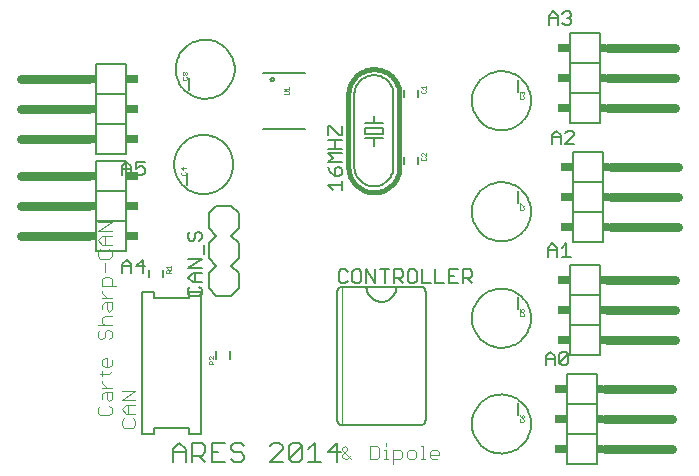
<source format=gto>
G75*
%MOIN*%
%OFA0B0*%
%FSLAX24Y24*%
%IPPOS*%
%LPD*%
%AMOC8*
5,1,8,0,0,1.08239X$1,22.5*
%
%ADD10C,0.0040*%
%ADD11C,0.0060*%
%ADD12C,0.0080*%
%ADD13C,0.0010*%
%ADD14C,0.0160*%
%ADD15C,0.0050*%
%ADD16C,0.0020*%
%ADD17R,0.0050X0.0200*%
%ADD18C,0.0300*%
%ADD19R,0.0200X0.0300*%
%ADD20R,0.0400X0.0300*%
D10*
X002803Y002277D02*
X002879Y002200D01*
X003186Y002200D01*
X003263Y002277D01*
X003263Y002430D01*
X003186Y002507D01*
X003186Y002660D02*
X003110Y002737D01*
X003110Y002967D01*
X003033Y002967D02*
X003263Y002967D01*
X003263Y002737D01*
X003186Y002660D01*
X002956Y002737D02*
X002956Y002891D01*
X003033Y002967D01*
X003110Y003121D02*
X002956Y003274D01*
X002956Y003351D01*
X002956Y003504D02*
X002956Y003658D01*
X002879Y003581D02*
X003186Y003581D01*
X003263Y003658D01*
X003186Y003811D02*
X003033Y003811D01*
X002956Y003888D01*
X002956Y004042D01*
X003033Y004118D01*
X003110Y004118D01*
X003110Y003811D01*
X003186Y003811D02*
X003263Y003888D01*
X003263Y004042D01*
X003186Y004732D02*
X003263Y004809D01*
X003263Y004962D01*
X003186Y005039D01*
X003110Y005039D01*
X003033Y004962D01*
X003033Y004809D01*
X002956Y004732D01*
X002879Y004732D01*
X002803Y004809D01*
X002803Y004962D01*
X002879Y005039D01*
X002803Y005193D02*
X003263Y005193D01*
X003033Y005193D02*
X002956Y005269D01*
X002956Y005423D01*
X003033Y005499D01*
X003263Y005499D01*
X003186Y005653D02*
X003110Y005730D01*
X003110Y005960D01*
X003033Y005960D02*
X003263Y005960D01*
X003263Y005730D01*
X003186Y005653D01*
X002956Y005730D02*
X002956Y005883D01*
X003033Y005960D01*
X003110Y006113D02*
X002956Y006267D01*
X002956Y006344D01*
X002956Y006497D02*
X002956Y006727D01*
X003033Y006804D01*
X003186Y006804D01*
X003263Y006727D01*
X003263Y006497D01*
X003416Y006497D02*
X002956Y006497D01*
X002956Y006113D02*
X003263Y006113D01*
X003033Y006957D02*
X003033Y007264D01*
X002879Y007418D02*
X003186Y007418D01*
X003263Y007495D01*
X003263Y007648D01*
X003186Y007725D01*
X003263Y007878D02*
X002956Y007878D01*
X002803Y008032D01*
X002956Y008185D01*
X003263Y008185D01*
X003263Y008339D02*
X002803Y008339D01*
X003263Y008645D01*
X002803Y008645D01*
X003033Y008185D02*
X003033Y007878D01*
X002879Y007725D02*
X002803Y007648D01*
X002803Y007495D01*
X002879Y007418D01*
X002956Y003121D02*
X003263Y003121D01*
X003597Y003012D02*
X004057Y003012D01*
X003597Y002705D01*
X004057Y002705D01*
X004057Y002552D02*
X003750Y002552D01*
X003597Y002399D01*
X003750Y002245D01*
X004057Y002245D01*
X003980Y002092D02*
X004057Y002015D01*
X004057Y001861D01*
X003980Y001785D01*
X003673Y001785D01*
X003597Y001861D01*
X003597Y002015D01*
X003673Y002092D01*
X003827Y002245D02*
X003827Y002552D01*
X002879Y002507D02*
X002803Y002430D01*
X002803Y002277D01*
X010953Y001109D02*
X010953Y001032D01*
X011260Y000725D01*
X011260Y000878D02*
X011106Y000725D01*
X011030Y000725D01*
X010953Y000802D01*
X010953Y000878D01*
X011106Y001032D01*
X011106Y001109D01*
X011030Y001185D01*
X010953Y001109D01*
X011874Y001185D02*
X011874Y000725D01*
X012104Y000725D01*
X012181Y000802D01*
X012181Y001109D01*
X012104Y001185D01*
X011874Y001185D01*
X012334Y001032D02*
X012411Y001032D01*
X012411Y000725D01*
X012334Y000725D02*
X012488Y000725D01*
X012641Y000725D02*
X012871Y000725D01*
X012948Y000802D01*
X012948Y000955D01*
X012871Y001032D01*
X012641Y001032D01*
X012641Y000572D01*
X013101Y000802D02*
X013178Y000725D01*
X013332Y000725D01*
X013408Y000802D01*
X013408Y000955D01*
X013332Y001032D01*
X013178Y001032D01*
X013101Y000955D01*
X013101Y000802D01*
X013562Y000725D02*
X013715Y000725D01*
X013639Y000725D02*
X013639Y001185D01*
X013562Y001185D01*
X013869Y000955D02*
X013946Y001032D01*
X014099Y001032D01*
X014176Y000955D01*
X014176Y000878D01*
X013869Y000878D01*
X013869Y000802D02*
X013869Y000955D01*
X013869Y000802D02*
X013946Y000725D01*
X014099Y000725D01*
X012411Y001185D02*
X012411Y001262D01*
D11*
X013578Y001880D02*
X010938Y001880D01*
X010915Y001882D01*
X010892Y001887D01*
X010870Y001896D01*
X010850Y001909D01*
X010832Y001924D01*
X010817Y001942D01*
X010804Y001962D01*
X010795Y001984D01*
X010790Y002007D01*
X010788Y002030D01*
X010788Y006330D01*
X010790Y006353D01*
X010795Y006376D01*
X010804Y006398D01*
X010817Y006418D01*
X010832Y006436D01*
X010850Y006451D01*
X010870Y006464D01*
X010892Y006473D01*
X010915Y006478D01*
X010938Y006480D01*
X013578Y006480D01*
X013601Y006478D01*
X013624Y006473D01*
X013646Y006464D01*
X013666Y006451D01*
X013684Y006436D01*
X013699Y006418D01*
X013712Y006398D01*
X013721Y006376D01*
X013726Y006353D01*
X013728Y006330D01*
X013728Y002030D01*
X013726Y002007D01*
X013721Y001984D01*
X013712Y001962D01*
X013699Y001942D01*
X013684Y001924D01*
X013666Y001909D01*
X013646Y001896D01*
X013624Y001887D01*
X013601Y001882D01*
X013578Y001880D01*
X010896Y000955D02*
X010469Y000955D01*
X010790Y001276D01*
X010790Y000635D01*
X010252Y000635D02*
X009825Y000635D01*
X010038Y000635D02*
X010038Y001276D01*
X009825Y001062D01*
X009607Y001169D02*
X009180Y000742D01*
X009287Y000635D01*
X009501Y000635D01*
X009607Y000742D01*
X009607Y001169D01*
X009501Y001276D01*
X009287Y001276D01*
X009180Y001169D01*
X009180Y000742D01*
X008963Y000635D02*
X008536Y000635D01*
X008963Y001062D01*
X008963Y001169D01*
X008856Y001276D01*
X008643Y001276D01*
X008536Y001169D01*
X007674Y001169D02*
X007567Y001276D01*
X007353Y001276D01*
X007247Y001169D01*
X007247Y001062D01*
X007353Y000955D01*
X007567Y000955D01*
X007674Y000849D01*
X007674Y000742D01*
X007567Y000635D01*
X007353Y000635D01*
X007247Y000742D01*
X007029Y000635D02*
X006602Y000635D01*
X006602Y001276D01*
X007029Y001276D01*
X006816Y000955D02*
X006602Y000955D01*
X006385Y000955D02*
X006278Y000849D01*
X005958Y000849D01*
X006171Y000849D02*
X006385Y000635D01*
X006385Y000955D02*
X006385Y001169D01*
X006278Y001276D01*
X005958Y001276D01*
X005958Y000635D01*
X005740Y000635D02*
X005740Y001062D01*
X005527Y001276D01*
X005313Y001062D01*
X005313Y000635D01*
X005313Y000955D02*
X005740Y000955D01*
X006747Y004087D02*
X006747Y004323D01*
X007219Y004323D02*
X007219Y004087D01*
X004994Y006812D02*
X004994Y007048D01*
X004522Y007048D02*
X004522Y006812D01*
X003758Y007658D02*
X002758Y007658D01*
X002758Y008658D01*
X002758Y009658D01*
X002758Y010658D01*
X003758Y010658D01*
X003758Y009658D01*
X002758Y009658D01*
X003758Y009658D02*
X003758Y008658D01*
X002758Y008658D01*
X003758Y008658D02*
X003758Y007658D01*
X003750Y010915D02*
X002750Y010915D01*
X002750Y011915D01*
X002750Y012915D01*
X002750Y013915D01*
X003750Y013915D01*
X003750Y012915D01*
X002750Y012915D01*
X003750Y012915D02*
X003750Y011915D01*
X002750Y011915D01*
X003750Y011915D02*
X003750Y010915D01*
X008298Y011750D02*
X009718Y011750D01*
X011358Y012880D02*
X011358Y010480D01*
X011360Y010430D01*
X011366Y010381D01*
X011375Y010332D01*
X011388Y010284D01*
X011405Y010237D01*
X011425Y010192D01*
X011449Y010148D01*
X011476Y010106D01*
X011507Y010066D01*
X011540Y010029D01*
X011576Y009995D01*
X011614Y009963D01*
X011655Y009934D01*
X011697Y009909D01*
X011742Y009887D01*
X011788Y009868D01*
X011836Y009853D01*
X011884Y009842D01*
X011933Y009834D01*
X011983Y009830D01*
X012033Y009830D01*
X012083Y009834D01*
X012132Y009842D01*
X012180Y009853D01*
X012228Y009868D01*
X012274Y009887D01*
X012319Y009909D01*
X012361Y009934D01*
X012402Y009963D01*
X012440Y009995D01*
X012476Y010029D01*
X012509Y010066D01*
X012540Y010106D01*
X012567Y010148D01*
X012591Y010192D01*
X012611Y010237D01*
X012628Y010284D01*
X012641Y010332D01*
X012650Y010381D01*
X012656Y010430D01*
X012658Y010480D01*
X012658Y012880D01*
X013022Y012812D02*
X013022Y013048D01*
X013494Y013048D02*
X013494Y012812D01*
X012308Y011930D02*
X012008Y011930D01*
X012008Y012180D01*
X012008Y011930D02*
X011708Y011930D01*
X011708Y011780D02*
X012308Y011780D01*
X012308Y011580D01*
X011708Y011580D01*
X011708Y011780D01*
X011708Y011430D02*
X012008Y011430D01*
X012008Y011180D01*
X012008Y011430D02*
X012308Y011430D01*
X013022Y010798D02*
X013022Y010562D01*
X013494Y010562D02*
X013494Y010798D01*
X012658Y012880D02*
X012656Y012930D01*
X012650Y012979D01*
X012641Y013028D01*
X012628Y013076D01*
X012611Y013123D01*
X012591Y013168D01*
X012567Y013212D01*
X012540Y013254D01*
X012509Y013294D01*
X012476Y013331D01*
X012440Y013365D01*
X012402Y013397D01*
X012361Y013426D01*
X012319Y013451D01*
X012274Y013473D01*
X012228Y013492D01*
X012180Y013507D01*
X012132Y013518D01*
X012083Y013526D01*
X012033Y013530D01*
X011983Y013530D01*
X011933Y013526D01*
X011884Y013518D01*
X011836Y013507D01*
X011788Y013492D01*
X011742Y013473D01*
X011697Y013451D01*
X011655Y013426D01*
X011614Y013397D01*
X011576Y013365D01*
X011540Y013331D01*
X011507Y013294D01*
X011476Y013254D01*
X011449Y013212D01*
X011425Y013168D01*
X011405Y013123D01*
X011388Y013076D01*
X011375Y013028D01*
X011366Y012979D01*
X011360Y012930D01*
X011358Y012880D01*
X009718Y013610D02*
X008298Y013610D01*
X011758Y006480D02*
X011760Y006436D01*
X011766Y006393D01*
X011775Y006351D01*
X011788Y006309D01*
X011805Y006269D01*
X011825Y006230D01*
X011848Y006193D01*
X011875Y006159D01*
X011904Y006126D01*
X011937Y006097D01*
X011971Y006070D01*
X012008Y006047D01*
X012047Y006027D01*
X012087Y006010D01*
X012129Y005997D01*
X012171Y005988D01*
X012214Y005982D01*
X012258Y005980D01*
X012302Y005982D01*
X012345Y005988D01*
X012387Y005997D01*
X012429Y006010D01*
X012469Y006027D01*
X012508Y006047D01*
X012545Y006070D01*
X012579Y006097D01*
X012612Y006126D01*
X012641Y006159D01*
X012668Y006193D01*
X012691Y006230D01*
X012711Y006269D01*
X012728Y006309D01*
X012741Y006351D01*
X012750Y006393D01*
X012756Y006436D01*
X012758Y006480D01*
X018533Y006205D02*
X018533Y005205D01*
X018533Y004205D01*
X019533Y004205D01*
X019533Y005205D01*
X019533Y006205D01*
X019533Y007205D01*
X018533Y007205D01*
X018533Y006205D01*
X019533Y006205D01*
X019533Y005205D02*
X018533Y005205D01*
X018458Y003580D02*
X019458Y003580D01*
X019458Y002580D01*
X019458Y001580D01*
X019458Y000580D01*
X018458Y000580D01*
X018458Y001580D01*
X019458Y001580D01*
X018458Y001580D02*
X018458Y002580D01*
X019458Y002580D01*
X018458Y002580D02*
X018458Y003580D01*
X018658Y007955D02*
X019658Y007955D01*
X019658Y008955D01*
X019658Y009955D01*
X019658Y010955D01*
X018658Y010955D01*
X018658Y009955D01*
X018658Y008955D01*
X018658Y007955D01*
X018658Y008955D02*
X019658Y008955D01*
X019658Y009955D02*
X018658Y009955D01*
X018558Y011930D02*
X019558Y011930D01*
X019558Y012930D01*
X019558Y013930D01*
X019558Y014930D01*
X018558Y014930D01*
X018558Y013930D01*
X018558Y012930D01*
X018558Y011930D01*
X018558Y012930D02*
X019558Y012930D01*
X019558Y013930D02*
X018558Y013930D01*
D12*
X016808Y013380D02*
X016808Y012980D01*
X015274Y012680D02*
X015276Y012742D01*
X015282Y012805D01*
X015292Y012866D01*
X015306Y012927D01*
X015323Y012987D01*
X015344Y013046D01*
X015370Y013103D01*
X015398Y013158D01*
X015430Y013212D01*
X015466Y013263D01*
X015504Y013313D01*
X015546Y013359D01*
X015590Y013403D01*
X015638Y013444D01*
X015687Y013482D01*
X015739Y013516D01*
X015793Y013547D01*
X015849Y013575D01*
X015907Y013599D01*
X015966Y013620D01*
X016026Y013636D01*
X016087Y013649D01*
X016149Y013658D01*
X016211Y013663D01*
X016274Y013664D01*
X016336Y013661D01*
X016398Y013654D01*
X016460Y013643D01*
X016520Y013628D01*
X016580Y013610D01*
X016638Y013588D01*
X016695Y013562D01*
X016750Y013532D01*
X016803Y013499D01*
X016854Y013463D01*
X016902Y013424D01*
X016948Y013381D01*
X016991Y013336D01*
X017031Y013288D01*
X017068Y013238D01*
X017102Y013185D01*
X017133Y013131D01*
X017159Y013075D01*
X017183Y013017D01*
X017202Y012957D01*
X017218Y012897D01*
X017230Y012835D01*
X017238Y012774D01*
X017242Y012711D01*
X017242Y012649D01*
X017238Y012586D01*
X017230Y012525D01*
X017218Y012463D01*
X017202Y012403D01*
X017183Y012343D01*
X017159Y012285D01*
X017133Y012229D01*
X017102Y012175D01*
X017068Y012122D01*
X017031Y012072D01*
X016991Y012024D01*
X016948Y011979D01*
X016902Y011936D01*
X016854Y011897D01*
X016803Y011861D01*
X016750Y011828D01*
X016695Y011798D01*
X016638Y011772D01*
X016580Y011750D01*
X016520Y011732D01*
X016460Y011717D01*
X016398Y011706D01*
X016336Y011699D01*
X016274Y011696D01*
X016211Y011697D01*
X016149Y011702D01*
X016087Y011711D01*
X016026Y011724D01*
X015966Y011740D01*
X015907Y011761D01*
X015849Y011785D01*
X015793Y011813D01*
X015739Y011844D01*
X015687Y011878D01*
X015638Y011916D01*
X015590Y011957D01*
X015546Y012001D01*
X015504Y012047D01*
X015466Y012097D01*
X015430Y012148D01*
X015398Y012202D01*
X015370Y012257D01*
X015344Y012314D01*
X015323Y012373D01*
X015306Y012433D01*
X015292Y012494D01*
X015282Y012555D01*
X015276Y012618D01*
X015274Y012680D01*
X016808Y009680D02*
X016808Y009280D01*
X015274Y008980D02*
X015276Y009042D01*
X015282Y009105D01*
X015292Y009166D01*
X015306Y009227D01*
X015323Y009287D01*
X015344Y009346D01*
X015370Y009403D01*
X015398Y009458D01*
X015430Y009512D01*
X015466Y009563D01*
X015504Y009613D01*
X015546Y009659D01*
X015590Y009703D01*
X015638Y009744D01*
X015687Y009782D01*
X015739Y009816D01*
X015793Y009847D01*
X015849Y009875D01*
X015907Y009899D01*
X015966Y009920D01*
X016026Y009936D01*
X016087Y009949D01*
X016149Y009958D01*
X016211Y009963D01*
X016274Y009964D01*
X016336Y009961D01*
X016398Y009954D01*
X016460Y009943D01*
X016520Y009928D01*
X016580Y009910D01*
X016638Y009888D01*
X016695Y009862D01*
X016750Y009832D01*
X016803Y009799D01*
X016854Y009763D01*
X016902Y009724D01*
X016948Y009681D01*
X016991Y009636D01*
X017031Y009588D01*
X017068Y009538D01*
X017102Y009485D01*
X017133Y009431D01*
X017159Y009375D01*
X017183Y009317D01*
X017202Y009257D01*
X017218Y009197D01*
X017230Y009135D01*
X017238Y009074D01*
X017242Y009011D01*
X017242Y008949D01*
X017238Y008886D01*
X017230Y008825D01*
X017218Y008763D01*
X017202Y008703D01*
X017183Y008643D01*
X017159Y008585D01*
X017133Y008529D01*
X017102Y008475D01*
X017068Y008422D01*
X017031Y008372D01*
X016991Y008324D01*
X016948Y008279D01*
X016902Y008236D01*
X016854Y008197D01*
X016803Y008161D01*
X016750Y008128D01*
X016695Y008098D01*
X016638Y008072D01*
X016580Y008050D01*
X016520Y008032D01*
X016460Y008017D01*
X016398Y008006D01*
X016336Y007999D01*
X016274Y007996D01*
X016211Y007997D01*
X016149Y008002D01*
X016087Y008011D01*
X016026Y008024D01*
X015966Y008040D01*
X015907Y008061D01*
X015849Y008085D01*
X015793Y008113D01*
X015739Y008144D01*
X015687Y008178D01*
X015638Y008216D01*
X015590Y008257D01*
X015546Y008301D01*
X015504Y008347D01*
X015466Y008397D01*
X015430Y008448D01*
X015398Y008502D01*
X015370Y008557D01*
X015344Y008614D01*
X015323Y008673D01*
X015306Y008733D01*
X015292Y008794D01*
X015282Y008855D01*
X015276Y008918D01*
X015274Y008980D01*
X016808Y006130D02*
X016808Y005730D01*
X015274Y005430D02*
X015276Y005492D01*
X015282Y005555D01*
X015292Y005616D01*
X015306Y005677D01*
X015323Y005737D01*
X015344Y005796D01*
X015370Y005853D01*
X015398Y005908D01*
X015430Y005962D01*
X015466Y006013D01*
X015504Y006063D01*
X015546Y006109D01*
X015590Y006153D01*
X015638Y006194D01*
X015687Y006232D01*
X015739Y006266D01*
X015793Y006297D01*
X015849Y006325D01*
X015907Y006349D01*
X015966Y006370D01*
X016026Y006386D01*
X016087Y006399D01*
X016149Y006408D01*
X016211Y006413D01*
X016274Y006414D01*
X016336Y006411D01*
X016398Y006404D01*
X016460Y006393D01*
X016520Y006378D01*
X016580Y006360D01*
X016638Y006338D01*
X016695Y006312D01*
X016750Y006282D01*
X016803Y006249D01*
X016854Y006213D01*
X016902Y006174D01*
X016948Y006131D01*
X016991Y006086D01*
X017031Y006038D01*
X017068Y005988D01*
X017102Y005935D01*
X017133Y005881D01*
X017159Y005825D01*
X017183Y005767D01*
X017202Y005707D01*
X017218Y005647D01*
X017230Y005585D01*
X017238Y005524D01*
X017242Y005461D01*
X017242Y005399D01*
X017238Y005336D01*
X017230Y005275D01*
X017218Y005213D01*
X017202Y005153D01*
X017183Y005093D01*
X017159Y005035D01*
X017133Y004979D01*
X017102Y004925D01*
X017068Y004872D01*
X017031Y004822D01*
X016991Y004774D01*
X016948Y004729D01*
X016902Y004686D01*
X016854Y004647D01*
X016803Y004611D01*
X016750Y004578D01*
X016695Y004548D01*
X016638Y004522D01*
X016580Y004500D01*
X016520Y004482D01*
X016460Y004467D01*
X016398Y004456D01*
X016336Y004449D01*
X016274Y004446D01*
X016211Y004447D01*
X016149Y004452D01*
X016087Y004461D01*
X016026Y004474D01*
X015966Y004490D01*
X015907Y004511D01*
X015849Y004535D01*
X015793Y004563D01*
X015739Y004594D01*
X015687Y004628D01*
X015638Y004666D01*
X015590Y004707D01*
X015546Y004751D01*
X015504Y004797D01*
X015466Y004847D01*
X015430Y004898D01*
X015398Y004952D01*
X015370Y005007D01*
X015344Y005064D01*
X015323Y005123D01*
X015306Y005183D01*
X015292Y005244D01*
X015282Y005305D01*
X015276Y005368D01*
X015274Y005430D01*
X016808Y002605D02*
X016808Y002205D01*
X015274Y001905D02*
X015276Y001967D01*
X015282Y002030D01*
X015292Y002091D01*
X015306Y002152D01*
X015323Y002212D01*
X015344Y002271D01*
X015370Y002328D01*
X015398Y002383D01*
X015430Y002437D01*
X015466Y002488D01*
X015504Y002538D01*
X015546Y002584D01*
X015590Y002628D01*
X015638Y002669D01*
X015687Y002707D01*
X015739Y002741D01*
X015793Y002772D01*
X015849Y002800D01*
X015907Y002824D01*
X015966Y002845D01*
X016026Y002861D01*
X016087Y002874D01*
X016149Y002883D01*
X016211Y002888D01*
X016274Y002889D01*
X016336Y002886D01*
X016398Y002879D01*
X016460Y002868D01*
X016520Y002853D01*
X016580Y002835D01*
X016638Y002813D01*
X016695Y002787D01*
X016750Y002757D01*
X016803Y002724D01*
X016854Y002688D01*
X016902Y002649D01*
X016948Y002606D01*
X016991Y002561D01*
X017031Y002513D01*
X017068Y002463D01*
X017102Y002410D01*
X017133Y002356D01*
X017159Y002300D01*
X017183Y002242D01*
X017202Y002182D01*
X017218Y002122D01*
X017230Y002060D01*
X017238Y001999D01*
X017242Y001936D01*
X017242Y001874D01*
X017238Y001811D01*
X017230Y001750D01*
X017218Y001688D01*
X017202Y001628D01*
X017183Y001568D01*
X017159Y001510D01*
X017133Y001454D01*
X017102Y001400D01*
X017068Y001347D01*
X017031Y001297D01*
X016991Y001249D01*
X016948Y001204D01*
X016902Y001161D01*
X016854Y001122D01*
X016803Y001086D01*
X016750Y001053D01*
X016695Y001023D01*
X016638Y000997D01*
X016580Y000975D01*
X016520Y000957D01*
X016460Y000942D01*
X016398Y000931D01*
X016336Y000924D01*
X016274Y000921D01*
X016211Y000922D01*
X016149Y000927D01*
X016087Y000936D01*
X016026Y000949D01*
X015966Y000965D01*
X015907Y000986D01*
X015849Y001010D01*
X015793Y001038D01*
X015739Y001069D01*
X015687Y001103D01*
X015638Y001141D01*
X015590Y001182D01*
X015546Y001226D01*
X015504Y001272D01*
X015466Y001322D01*
X015430Y001373D01*
X015398Y001427D01*
X015370Y001482D01*
X015344Y001539D01*
X015323Y001598D01*
X015306Y001658D01*
X015292Y001719D01*
X015282Y001780D01*
X015276Y001843D01*
X015274Y001905D01*
X007508Y006430D02*
X007508Y006930D01*
X007258Y007180D01*
X007508Y007430D01*
X007508Y007930D01*
X007258Y008180D01*
X007508Y008430D01*
X007508Y008930D01*
X007258Y009180D01*
X006758Y009180D01*
X006508Y008930D01*
X006508Y008430D01*
X006758Y008180D01*
X006508Y007930D01*
X006508Y007430D01*
X006758Y007180D01*
X006508Y006930D01*
X006508Y006430D01*
X006758Y006180D01*
X007258Y006180D01*
X007508Y006430D01*
X005783Y009855D02*
X005783Y010255D01*
X005349Y010555D02*
X005351Y010617D01*
X005357Y010680D01*
X005367Y010741D01*
X005381Y010802D01*
X005398Y010862D01*
X005419Y010921D01*
X005445Y010978D01*
X005473Y011033D01*
X005505Y011087D01*
X005541Y011138D01*
X005579Y011188D01*
X005621Y011234D01*
X005665Y011278D01*
X005713Y011319D01*
X005762Y011357D01*
X005814Y011391D01*
X005868Y011422D01*
X005924Y011450D01*
X005982Y011474D01*
X006041Y011495D01*
X006101Y011511D01*
X006162Y011524D01*
X006224Y011533D01*
X006286Y011538D01*
X006349Y011539D01*
X006411Y011536D01*
X006473Y011529D01*
X006535Y011518D01*
X006595Y011503D01*
X006655Y011485D01*
X006713Y011463D01*
X006770Y011437D01*
X006825Y011407D01*
X006878Y011374D01*
X006929Y011338D01*
X006977Y011299D01*
X007023Y011256D01*
X007066Y011211D01*
X007106Y011163D01*
X007143Y011113D01*
X007177Y011060D01*
X007208Y011006D01*
X007234Y010950D01*
X007258Y010892D01*
X007277Y010832D01*
X007293Y010772D01*
X007305Y010710D01*
X007313Y010649D01*
X007317Y010586D01*
X007317Y010524D01*
X007313Y010461D01*
X007305Y010400D01*
X007293Y010338D01*
X007277Y010278D01*
X007258Y010218D01*
X007234Y010160D01*
X007208Y010104D01*
X007177Y010050D01*
X007143Y009997D01*
X007106Y009947D01*
X007066Y009899D01*
X007023Y009854D01*
X006977Y009811D01*
X006929Y009772D01*
X006878Y009736D01*
X006825Y009703D01*
X006770Y009673D01*
X006713Y009647D01*
X006655Y009625D01*
X006595Y009607D01*
X006535Y009592D01*
X006473Y009581D01*
X006411Y009574D01*
X006349Y009571D01*
X006286Y009572D01*
X006224Y009577D01*
X006162Y009586D01*
X006101Y009599D01*
X006041Y009615D01*
X005982Y009636D01*
X005924Y009660D01*
X005868Y009688D01*
X005814Y009719D01*
X005762Y009753D01*
X005713Y009791D01*
X005665Y009832D01*
X005621Y009876D01*
X005579Y009922D01*
X005541Y009972D01*
X005505Y010023D01*
X005473Y010077D01*
X005445Y010132D01*
X005419Y010189D01*
X005398Y010248D01*
X005381Y010308D01*
X005367Y010369D01*
X005357Y010430D01*
X005351Y010493D01*
X005349Y010555D01*
X005833Y013030D02*
X005833Y013430D01*
X005399Y013730D02*
X005401Y013792D01*
X005407Y013855D01*
X005417Y013916D01*
X005431Y013977D01*
X005448Y014037D01*
X005469Y014096D01*
X005495Y014153D01*
X005523Y014208D01*
X005555Y014262D01*
X005591Y014313D01*
X005629Y014363D01*
X005671Y014409D01*
X005715Y014453D01*
X005763Y014494D01*
X005812Y014532D01*
X005864Y014566D01*
X005918Y014597D01*
X005974Y014625D01*
X006032Y014649D01*
X006091Y014670D01*
X006151Y014686D01*
X006212Y014699D01*
X006274Y014708D01*
X006336Y014713D01*
X006399Y014714D01*
X006461Y014711D01*
X006523Y014704D01*
X006585Y014693D01*
X006645Y014678D01*
X006705Y014660D01*
X006763Y014638D01*
X006820Y014612D01*
X006875Y014582D01*
X006928Y014549D01*
X006979Y014513D01*
X007027Y014474D01*
X007073Y014431D01*
X007116Y014386D01*
X007156Y014338D01*
X007193Y014288D01*
X007227Y014235D01*
X007258Y014181D01*
X007284Y014125D01*
X007308Y014067D01*
X007327Y014007D01*
X007343Y013947D01*
X007355Y013885D01*
X007363Y013824D01*
X007367Y013761D01*
X007367Y013699D01*
X007363Y013636D01*
X007355Y013575D01*
X007343Y013513D01*
X007327Y013453D01*
X007308Y013393D01*
X007284Y013335D01*
X007258Y013279D01*
X007227Y013225D01*
X007193Y013172D01*
X007156Y013122D01*
X007116Y013074D01*
X007073Y013029D01*
X007027Y012986D01*
X006979Y012947D01*
X006928Y012911D01*
X006875Y012878D01*
X006820Y012848D01*
X006763Y012822D01*
X006705Y012800D01*
X006645Y012782D01*
X006585Y012767D01*
X006523Y012756D01*
X006461Y012749D01*
X006399Y012746D01*
X006336Y012747D01*
X006274Y012752D01*
X006212Y012761D01*
X006151Y012774D01*
X006091Y012790D01*
X006032Y012811D01*
X005974Y012835D01*
X005918Y012863D01*
X005864Y012894D01*
X005812Y012928D01*
X005763Y012966D01*
X005715Y013007D01*
X005671Y013051D01*
X005629Y013097D01*
X005591Y013147D01*
X005555Y013198D01*
X005523Y013252D01*
X005495Y013307D01*
X005469Y013364D01*
X005448Y013423D01*
X005431Y013483D01*
X005417Y013544D01*
X005407Y013605D01*
X005401Y013668D01*
X005399Y013730D01*
X008561Y013390D02*
X008563Y013405D01*
X008569Y013418D01*
X008578Y013430D01*
X008589Y013439D01*
X008603Y013445D01*
X008618Y013447D01*
X008633Y013445D01*
X008646Y013439D01*
X008658Y013430D01*
X008667Y013419D01*
X008673Y013405D01*
X008675Y013390D01*
X008673Y013375D01*
X008667Y013362D01*
X008658Y013350D01*
X008647Y013341D01*
X008633Y013335D01*
X008618Y013333D01*
X008603Y013335D01*
X008590Y013341D01*
X008578Y013350D01*
X008569Y013361D01*
X008563Y013375D01*
X008561Y013390D01*
D13*
X009013Y013088D02*
X009063Y013038D01*
X009013Y012990D02*
X009138Y012990D01*
X009163Y012965D01*
X009163Y012915D01*
X009138Y012890D01*
X009013Y012890D01*
X009163Y013038D02*
X009163Y013138D01*
X009163Y013088D02*
X009013Y013088D01*
X005778Y013410D02*
X005753Y013385D01*
X005653Y013385D01*
X005628Y013410D01*
X005628Y013460D01*
X005653Y013485D01*
X005653Y013532D02*
X005678Y013532D01*
X005703Y013557D01*
X005703Y013607D01*
X005728Y013632D01*
X005753Y013632D01*
X005778Y013607D01*
X005778Y013557D01*
X005753Y013532D01*
X005728Y013532D01*
X005703Y013557D01*
X005703Y013607D02*
X005678Y013632D01*
X005653Y013632D01*
X005628Y013607D01*
X005628Y013557D01*
X005653Y013532D01*
X005753Y013485D02*
X005778Y013460D01*
X005778Y013410D01*
X005653Y010457D02*
X005653Y010357D01*
X005578Y010432D01*
X005728Y010432D01*
X005703Y010310D02*
X005728Y010285D01*
X005728Y010235D01*
X005703Y010210D01*
X005603Y010210D01*
X005578Y010235D01*
X005578Y010285D01*
X005603Y010310D01*
X005238Y007188D02*
X005238Y007088D01*
X005238Y007040D02*
X005188Y006990D01*
X005188Y007015D02*
X005188Y006940D01*
X005238Y006940D02*
X005088Y006940D01*
X005088Y007015D01*
X005113Y007040D01*
X005163Y007040D01*
X005188Y007015D01*
X005138Y007088D02*
X005088Y007138D01*
X005238Y007138D01*
X006528Y004157D02*
X006503Y004132D01*
X006503Y004082D01*
X006528Y004057D01*
X006528Y004010D02*
X006578Y004010D01*
X006603Y003985D01*
X006603Y003910D01*
X006653Y003910D02*
X006503Y003910D01*
X006503Y003985D01*
X006528Y004010D01*
X006603Y003960D02*
X006653Y004010D01*
X006653Y004057D02*
X006553Y004157D01*
X006528Y004157D01*
X006653Y004157D02*
X006653Y004057D01*
X013588Y010715D02*
X013613Y010690D01*
X013713Y010690D01*
X013738Y010715D01*
X013738Y010765D01*
X013713Y010790D01*
X013738Y010838D02*
X013638Y010938D01*
X013613Y010938D01*
X013588Y010913D01*
X013588Y010863D01*
X013613Y010838D01*
X013613Y010790D02*
X013588Y010765D01*
X013588Y010715D01*
X013738Y010838D02*
X013738Y010938D01*
X013713Y012940D02*
X013613Y012940D01*
X013588Y012965D01*
X013588Y013015D01*
X013613Y013040D01*
X013638Y013088D02*
X013588Y013138D01*
X013738Y013138D01*
X013738Y013088D02*
X013738Y013188D01*
X013713Y013040D02*
X013738Y013015D01*
X013738Y012965D01*
X013713Y012940D01*
X016863Y012913D02*
X016863Y012963D01*
X016888Y012988D01*
X016913Y012988D01*
X016938Y012963D01*
X016963Y012988D01*
X016988Y012988D01*
X017013Y012963D01*
X017013Y012913D01*
X016988Y012888D01*
X016988Y012840D02*
X017013Y012815D01*
X017013Y012765D01*
X016988Y012740D01*
X016888Y012740D01*
X016863Y012765D01*
X016863Y012815D01*
X016888Y012840D01*
X016888Y012888D02*
X016863Y012913D01*
X016938Y012938D02*
X016938Y012963D01*
X016888Y009288D02*
X016988Y009188D01*
X017013Y009188D01*
X016988Y009140D02*
X017013Y009115D01*
X017013Y009065D01*
X016988Y009040D01*
X016888Y009040D01*
X016863Y009065D01*
X016863Y009115D01*
X016888Y009140D01*
X016863Y009188D02*
X016863Y009288D01*
X016888Y009288D01*
X016863Y005738D02*
X016863Y005638D01*
X016938Y005638D01*
X016913Y005688D01*
X016913Y005713D01*
X016938Y005738D01*
X016988Y005738D01*
X017013Y005713D01*
X017013Y005663D01*
X016988Y005638D01*
X016988Y005590D02*
X017013Y005565D01*
X017013Y005515D01*
X016988Y005490D01*
X016888Y005490D01*
X016863Y005515D01*
X016863Y005565D01*
X016888Y005590D01*
X016863Y002213D02*
X016888Y002163D01*
X016938Y002113D01*
X016938Y002188D01*
X016963Y002213D01*
X016988Y002213D01*
X017013Y002188D01*
X017013Y002138D01*
X016988Y002113D01*
X016938Y002113D01*
X016988Y002065D02*
X017013Y002040D01*
X017013Y001990D01*
X016988Y001965D01*
X016888Y001965D01*
X016863Y001990D01*
X016863Y002040D01*
X016888Y002065D01*
D14*
X012858Y010480D02*
X012858Y012880D01*
X012856Y012937D01*
X012850Y012993D01*
X012841Y013049D01*
X012828Y013105D01*
X012811Y013159D01*
X012791Y013212D01*
X012767Y013263D01*
X012739Y013313D01*
X012709Y013361D01*
X012675Y013407D01*
X012638Y013450D01*
X012599Y013491D01*
X012557Y013529D01*
X012512Y013564D01*
X012465Y013596D01*
X012416Y013625D01*
X012366Y013651D01*
X012313Y013673D01*
X012260Y013692D01*
X012205Y013707D01*
X012149Y013718D01*
X012093Y013726D01*
X012036Y013730D01*
X011980Y013730D01*
X011923Y013726D01*
X011867Y013718D01*
X011811Y013707D01*
X011756Y013692D01*
X011703Y013673D01*
X011650Y013651D01*
X011600Y013625D01*
X011551Y013596D01*
X011504Y013564D01*
X011459Y013529D01*
X011417Y013491D01*
X011378Y013450D01*
X011341Y013407D01*
X011307Y013361D01*
X011277Y013313D01*
X011249Y013263D01*
X011225Y013212D01*
X011205Y013159D01*
X011188Y013105D01*
X011175Y013049D01*
X011166Y012993D01*
X011160Y012937D01*
X011158Y012880D01*
X011158Y010480D01*
X011160Y010423D01*
X011166Y010367D01*
X011175Y010311D01*
X011188Y010255D01*
X011205Y010201D01*
X011225Y010148D01*
X011249Y010097D01*
X011277Y010047D01*
X011307Y009999D01*
X011341Y009953D01*
X011378Y009910D01*
X011417Y009869D01*
X011459Y009831D01*
X011504Y009796D01*
X011551Y009764D01*
X011600Y009735D01*
X011650Y009709D01*
X011703Y009687D01*
X011756Y009668D01*
X011811Y009653D01*
X011867Y009642D01*
X011923Y009634D01*
X011980Y009630D01*
X012036Y009630D01*
X012093Y009634D01*
X012149Y009642D01*
X012205Y009653D01*
X012260Y009668D01*
X012313Y009687D01*
X012366Y009709D01*
X012416Y009735D01*
X012465Y009764D01*
X012512Y009796D01*
X012557Y009831D01*
X012599Y009869D01*
X012638Y009910D01*
X012675Y009953D01*
X012709Y009999D01*
X012739Y010047D01*
X012767Y010097D01*
X012791Y010148D01*
X012811Y010201D01*
X012828Y010255D01*
X012841Y010311D01*
X012850Y010367D01*
X012856Y010423D01*
X012858Y010480D01*
D15*
X010933Y010391D02*
X010933Y010240D01*
X010858Y010165D01*
X010708Y010165D01*
X010708Y010391D01*
X010783Y010466D01*
X010858Y010466D01*
X010933Y010391D01*
X010933Y010626D02*
X010483Y010626D01*
X010633Y010776D01*
X010483Y010926D01*
X010933Y010926D01*
X010933Y011086D02*
X010483Y011086D01*
X010708Y011086D02*
X010708Y011386D01*
X010858Y011547D02*
X010933Y011547D01*
X010933Y011847D01*
X010858Y011547D02*
X010558Y011847D01*
X010483Y011847D01*
X010483Y011547D01*
X010483Y011386D02*
X010933Y011386D01*
X010483Y010466D02*
X010558Y010316D01*
X010708Y010165D01*
X010933Y010005D02*
X010933Y009705D01*
X010933Y009855D02*
X010483Y009855D01*
X010633Y009705D01*
X010908Y007055D02*
X010833Y006980D01*
X010833Y006680D01*
X010908Y006605D01*
X011058Y006605D01*
X011133Y006680D01*
X011293Y006680D02*
X011368Y006605D01*
X011519Y006605D01*
X011594Y006680D01*
X011594Y006980D01*
X011519Y007055D01*
X011368Y007055D01*
X011293Y006980D01*
X011293Y006680D01*
X011133Y006980D02*
X011058Y007055D01*
X010908Y007055D01*
X011754Y007055D02*
X011754Y006605D01*
X012054Y006605D02*
X012054Y007055D01*
X012214Y007055D02*
X012514Y007055D01*
X012364Y007055D02*
X012364Y006605D01*
X012675Y006605D02*
X012675Y007055D01*
X012900Y007055D01*
X012975Y006980D01*
X012975Y006830D01*
X012900Y006755D01*
X012675Y006755D01*
X012825Y006755D02*
X012975Y006605D01*
X013135Y006680D02*
X013210Y006605D01*
X013360Y006605D01*
X013435Y006680D01*
X013435Y006980D01*
X013360Y007055D01*
X013210Y007055D01*
X013135Y006980D01*
X013135Y006680D01*
X013595Y006605D02*
X013896Y006605D01*
X014056Y006605D02*
X014356Y006605D01*
X014516Y006605D02*
X014816Y006605D01*
X014977Y006605D02*
X014977Y007055D01*
X015202Y007055D01*
X015277Y006980D01*
X015277Y006830D01*
X015202Y006755D01*
X014977Y006755D01*
X015127Y006755D02*
X015277Y006605D01*
X014816Y007055D02*
X014516Y007055D01*
X014516Y006605D01*
X014516Y006830D02*
X014666Y006830D01*
X014056Y007055D02*
X014056Y006605D01*
X013595Y006605D02*
X013595Y007055D01*
X012054Y006605D02*
X011754Y007055D01*
X006338Y007556D02*
X006338Y007856D01*
X006188Y008017D02*
X006263Y008092D01*
X006263Y008242D01*
X006188Y008317D01*
X006113Y008317D01*
X006038Y008242D01*
X006038Y008092D01*
X005963Y008017D01*
X005888Y008017D01*
X005813Y008092D01*
X005813Y008242D01*
X005888Y008317D01*
X005813Y007396D02*
X006263Y007396D01*
X005813Y007096D01*
X006263Y007096D01*
X006263Y006936D02*
X005963Y006936D01*
X005813Y006786D01*
X005963Y006635D01*
X006263Y006635D01*
X006188Y006475D02*
X006263Y006400D01*
X006263Y006250D01*
X006188Y006175D01*
X005888Y006175D01*
X005813Y006250D01*
X005813Y006400D01*
X005888Y006475D01*
X005849Y006292D02*
X005849Y006095D01*
X004667Y006095D01*
X004667Y006292D01*
X004274Y006292D01*
X004274Y001568D01*
X004667Y001568D01*
X004667Y001765D01*
X005849Y001765D01*
X005849Y001568D01*
X006242Y001568D01*
X006242Y006292D01*
X005849Y006292D01*
X006038Y006635D02*
X006038Y006936D01*
X004373Y007158D02*
X004073Y007158D01*
X004298Y007383D01*
X004298Y006933D01*
X003912Y006933D02*
X003912Y007233D01*
X003762Y007383D01*
X003612Y007233D01*
X003612Y006933D01*
X003612Y007158D02*
X003912Y007158D01*
X003904Y010190D02*
X003904Y010490D01*
X003754Y010640D01*
X003604Y010490D01*
X003604Y010190D01*
X003604Y010415D02*
X003904Y010415D01*
X004065Y010415D02*
X004065Y010640D01*
X004365Y010640D01*
X004290Y010490D02*
X004215Y010490D01*
X004065Y010415D01*
X004065Y010265D02*
X004140Y010190D01*
X004290Y010190D01*
X004365Y010265D01*
X004365Y010415D01*
X004290Y010490D01*
X017808Y007780D02*
X017808Y007480D01*
X018108Y007480D02*
X018108Y007780D01*
X017958Y007930D01*
X017808Y007780D01*
X017808Y007705D02*
X018108Y007705D01*
X018268Y007780D02*
X018419Y007930D01*
X018419Y007480D01*
X018569Y007480D02*
X018268Y007480D01*
X018268Y004305D02*
X018419Y004305D01*
X018494Y004230D01*
X018193Y003930D01*
X018268Y003855D01*
X018419Y003855D01*
X018494Y003930D01*
X018494Y004230D01*
X018268Y004305D02*
X018193Y004230D01*
X018193Y003930D01*
X018033Y003855D02*
X018033Y004155D01*
X017883Y004305D01*
X017733Y004155D01*
X017733Y003855D01*
X017733Y004080D02*
X018033Y004080D01*
X017933Y011230D02*
X017933Y011530D01*
X018083Y011680D01*
X018233Y011530D01*
X018233Y011230D01*
X018393Y011230D02*
X018694Y011530D01*
X018694Y011605D01*
X018619Y011680D01*
X018468Y011680D01*
X018393Y011605D01*
X018233Y011455D02*
X017933Y011455D01*
X018393Y011230D02*
X018694Y011230D01*
X018519Y015205D02*
X018368Y015205D01*
X018293Y015280D01*
X018133Y015205D02*
X018133Y015505D01*
X017983Y015655D01*
X017833Y015505D01*
X017833Y015205D01*
X017833Y015430D02*
X018133Y015430D01*
X018293Y015580D02*
X018368Y015655D01*
X018519Y015655D01*
X018594Y015580D01*
X018594Y015505D01*
X018519Y015430D01*
X018594Y015355D01*
X018594Y015280D01*
X018519Y015205D01*
X018519Y015430D02*
X018444Y015430D01*
D16*
X010928Y006480D02*
X010928Y001880D01*
D17*
X010763Y002180D03*
X010763Y002680D03*
X010763Y003180D03*
X010763Y003680D03*
X010763Y004180D03*
X010763Y004680D03*
X010763Y005180D03*
X010763Y005680D03*
X010763Y006180D03*
X013753Y006180D03*
X013753Y005680D03*
X013753Y005180D03*
X013753Y004680D03*
X013753Y004180D03*
X013753Y003680D03*
X013753Y003180D03*
X013753Y002680D03*
X013753Y002180D03*
D18*
X019708Y002080D02*
X021958Y002080D01*
X021958Y003080D02*
X019708Y003080D01*
X019783Y004705D02*
X022033Y004705D01*
X022033Y005705D02*
X019783Y005705D01*
X019783Y006705D02*
X022033Y006705D01*
X022158Y008455D02*
X019908Y008455D01*
X019908Y009455D02*
X022158Y009455D01*
X022158Y010455D02*
X019908Y010455D01*
X019808Y012430D02*
X022058Y012430D01*
X022058Y013430D02*
X019808Y013430D01*
X019808Y014430D02*
X022058Y014430D01*
X021958Y001080D02*
X019708Y001080D01*
X002508Y008158D02*
X000258Y008158D01*
X000258Y009158D02*
X002508Y009158D01*
X002508Y010158D02*
X000258Y010158D01*
X000250Y011415D02*
X002500Y011415D01*
X002500Y012415D02*
X000250Y012415D01*
X000250Y013415D02*
X002500Y013415D01*
D19*
X002650Y013415D03*
X002650Y012415D03*
X002650Y011415D03*
X002658Y010158D03*
X002658Y009158D03*
X002658Y008158D03*
X019633Y006705D03*
X019633Y005705D03*
X019633Y004705D03*
X019558Y003080D03*
X019558Y002080D03*
X019558Y001080D03*
X019758Y008455D03*
X019758Y009455D03*
X019758Y010455D03*
X019658Y012430D03*
X019658Y013430D03*
X019658Y014430D03*
D20*
X018358Y014430D03*
X018358Y013430D03*
X018358Y012430D03*
X018458Y010455D03*
X018458Y009455D03*
X018458Y008455D03*
X018333Y006705D03*
X018333Y005705D03*
X018333Y004705D03*
X018258Y003080D03*
X018258Y002080D03*
X018258Y001080D03*
X003958Y008158D03*
X003958Y009158D03*
X003958Y010158D03*
X003950Y011415D03*
X003950Y012415D03*
X003950Y013415D03*
M02*

</source>
